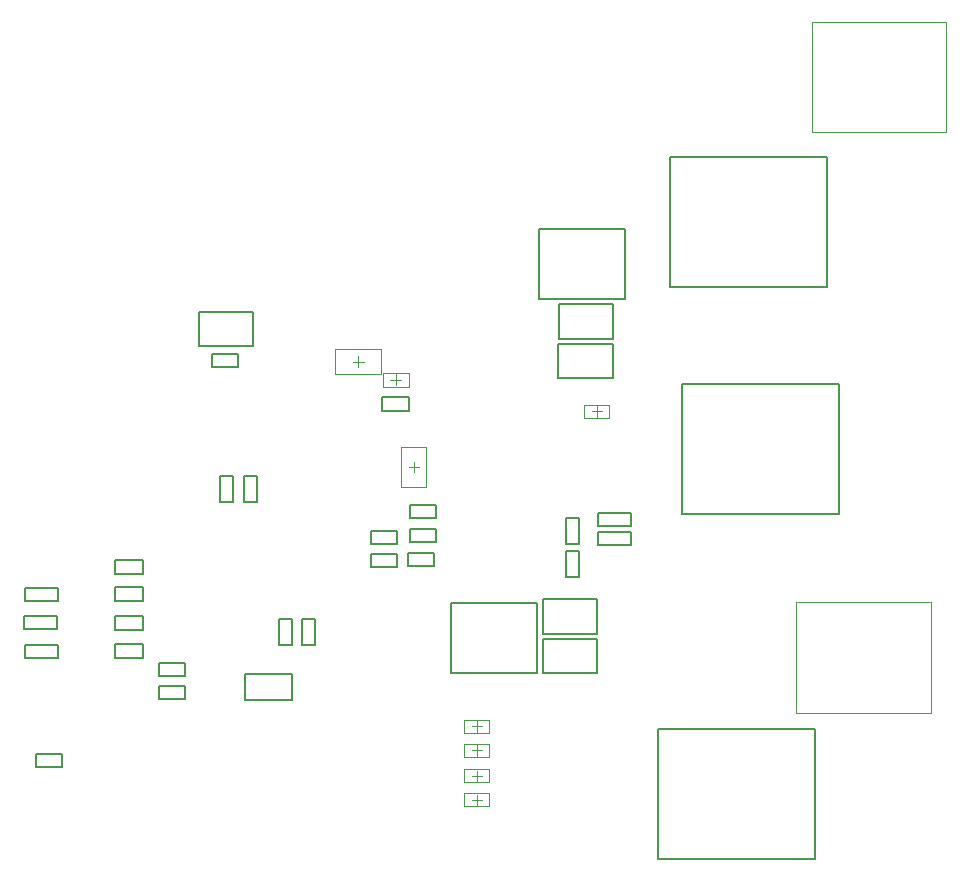
<source format=gbr>
%FSTAX23Y23*%
%MOIN*%
%SFA1B1*%

%IPPOS*%
%ADD15C,0.007870*%
%ADD119C,0.003940*%
%ADD120C,0.001970*%
%LNpcb_bottom_courtyard-1*%
%LPD*%
G54D15*
X04683Y02646D02*
X04726D01*
X04683D02*
Y02733D01*
X04726*
Y02646D02*
Y02733D01*
X05029Y03503D02*
Y03936D01*
X05553*
Y03503D02*
Y03936D01*
X05029Y03503D02*
X05553D01*
X03177Y02266D02*
Y02313D01*
X03272*
Y02266D02*
Y02313D01*
X03177Y02266D02*
X03272D01*
X02916Y01903D02*
Y01946D01*
X03003*
Y01903D02*
Y01946D01*
X02916Y01903D02*
X03003D01*
X04161Y02776D02*
X04248D01*
X04161Y02733D02*
Y02776D01*
Y02733D02*
X04248D01*
Y02776*
X04161Y02696D02*
X04248D01*
X04161Y02653D02*
Y02696D01*
Y02653D02*
X04248D01*
Y02696*
X04156Y02616D02*
X04243D01*
X04156Y02573D02*
Y02616D01*
Y02573D02*
X04243D01*
Y02616*
X03459Y03422D02*
X0364D01*
X03459Y03307D02*
Y03422D01*
Y03307D02*
X0364D01*
Y03422*
X04069Y03138D02*
X0416D01*
X04069Y03091D02*
Y03138D01*
Y03091D02*
X0416D01*
Y03138*
X03501Y03281D02*
X03588D01*
X03501Y03238D02*
Y03281D01*
Y03238D02*
X03588D01*
Y03281*
X02879Y02311D02*
X0299D01*
X02879Y02268D02*
Y02311D01*
Y02268D02*
X0299D01*
Y02311*
X02879Y02501D02*
X0299D01*
X02879Y02458D02*
Y02501D01*
Y02458D02*
X0299D01*
Y02501*
X02876Y02406D02*
X02986D01*
X02876Y02363D02*
Y02406D01*
Y02363D02*
X02986D01*
Y02406*
X04033Y02571D02*
X04119D01*
Y02614*
X04033D02*
X04119D01*
X04033Y02571D02*
Y02614D01*
X03651Y02786D02*
Y02873D01*
X03608D02*
X03651D01*
X03608Y02786D02*
Y02873D01*
Y02786D02*
X03651D01*
X03769Y02311D02*
Y02398D01*
X03726D02*
X03769D01*
X03726Y02311D02*
Y02398D01*
Y02311D02*
X03769D01*
X03846D02*
Y02398D01*
X03803D02*
X03846D01*
X03803Y02311D02*
Y02398D01*
Y02311D02*
X03846D01*
X03326Y02251D02*
X03413D01*
X03326Y02208D02*
Y02251D01*
Y02208D02*
X03413D01*
Y02251*
X03571Y02786D02*
Y02873D01*
X03528D02*
X03571D01*
X03528Y02786D02*
Y02873D01*
Y02786D02*
X03571D01*
X04031Y02648D02*
X04118D01*
Y02691*
X04031D02*
X04118D01*
X04031Y02648D02*
Y02691D01*
X03326Y02174D02*
X03413D01*
X03326Y02131D02*
Y02174D01*
Y02131D02*
X03413D01*
Y02174*
X03611Y02213D02*
X03768D01*
X03611Y02126D02*
Y02213D01*
Y02126D02*
X03768D01*
Y02213*
X04789Y02751D02*
X049D01*
X04789Y02708D02*
Y02751D01*
Y02708D02*
X049D01*
Y02751*
X04789Y02686D02*
X049D01*
X04789Y02643D02*
Y02686D01*
Y02643D02*
X049D01*
Y02686*
X04726Y02536D02*
Y02623D01*
X04683D02*
X04726D01*
X04683Y02536D02*
Y02623D01*
Y02536D02*
X04726D01*
X04656Y032D02*
X04837D01*
Y03315*
X04656D02*
X04837D01*
X04656Y032D02*
Y03315D01*
X04604Y02217D02*
X04785D01*
Y02332*
X04604D02*
X04785D01*
X04604Y02217D02*
Y02332D01*
Y02349D02*
X04785D01*
Y02464*
X04604D02*
X04785D01*
X04604Y02349D02*
Y02464D01*
X04299Y02451D02*
X04586D01*
X04299Y02218D02*
Y02451D01*
Y02218D02*
X04586D01*
Y02451*
X04591Y03464D02*
X04878D01*
Y03697*
X04591D02*
X04878D01*
X04591Y03464D02*
Y03697D01*
X04659Y03332D02*
X0484D01*
Y03447*
X04659D02*
X0484D01*
X04659Y03332D02*
Y03447D01*
X03177Y02546D02*
X03272D01*
Y02593*
X03177D02*
X03272D01*
X03177Y02546D02*
Y02593D01*
Y02456D02*
X03272D01*
Y02503*
X03177D02*
X03272D01*
X03177Y02456D02*
Y02503D01*
Y02361D02*
X03272D01*
Y02408*
X03177D02*
X03272D01*
X03177Y02361D02*
Y02408D01*
X04988Y01598D02*
X05511D01*
Y02031*
X04988D02*
X05511D01*
X04988Y01598D02*
Y02031D01*
X05068Y02748D02*
X05591D01*
Y03181*
X05068D02*
X05591D01*
X05068Y02748D02*
Y03181D01*
G54D119*
X05501Y0402D02*
X0595D01*
Y04389*
X05501D02*
X0595D01*
X05501Y0402D02*
Y04389D01*
X05448Y02084D02*
X05897D01*
Y02454*
X05448D02*
X05897D01*
X05448Y02084D02*
Y02454D01*
X03971Y03255D02*
X04008D01*
X0399Y03236D02*
Y03273D01*
X04767Y0309D02*
X04802D01*
X04785Y03072D02*
Y03107D01*
X04385Y02022D02*
Y02057D01*
X04367Y0204D02*
X04402D01*
X04385Y01942D02*
Y01977D01*
X04367Y0196D02*
X04402D01*
X04385Y01777D02*
Y01812D01*
X04367Y01795D02*
X04402D01*
X04385Y01857D02*
Y01892D01*
X04367Y01875D02*
X04402D01*
X04175Y02887D02*
Y02922D01*
X04157Y02905D02*
X04192D01*
X04115Y03176D02*
Y03213D01*
X04096Y03195D02*
X04133D01*
G54D120*
X03913Y03213D02*
Y03296D01*
X04066Y03213D02*
Y03296D01*
X03913Y03213D02*
X04066D01*
X03913Y03296D02*
X04066D01*
X04743Y03068D02*
Y03111D01*
X04826Y03068D02*
Y03111D01*
X04743Y03068D02*
X04826D01*
X04743Y03111D02*
X04826D01*
X04343Y02061D02*
X04426D01*
X04343Y02018D02*
X04426D01*
Y02061*
X04343Y02018D02*
Y02061D01*
Y01981D02*
X04426D01*
X04343Y01938D02*
X04426D01*
Y01981*
X04343Y01938D02*
Y01981D01*
Y01816D02*
X04426D01*
X04343Y01773D02*
X04426D01*
Y01816*
X04343Y01773D02*
Y01816D01*
Y01896D02*
X04426D01*
X04343Y01853D02*
X04426D01*
Y01896*
X04343Y01853D02*
Y01896D01*
X04133Y02838D02*
X04216D01*
X04133Y02971D02*
X04216D01*
Y02838D02*
Y02971D01*
X04133Y02838D02*
Y02971D01*
X04071Y03171D02*
X04158D01*
X04071Y03218D02*
X04158D01*
X04071Y03171D02*
Y03218D01*
X04158Y03171D02*
Y03218D01*
M02*
</source>
